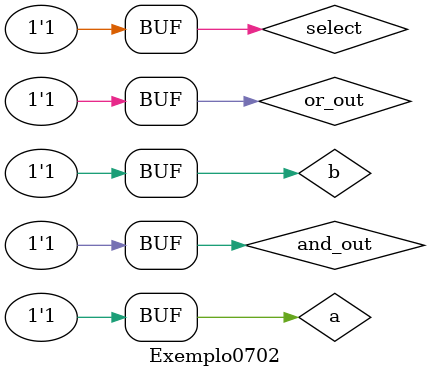
<source format=v>
/*
Arquitetura de Computadores I - Pucminas
Pedro Henrique Lima Carvalho
Matricula: 651230
Turno: Tarde
Guia 07
Exemplo0702
*/
module mux (output out_s, input in_and, in_or, select);

//wires
wire not_select;
wire out_and, out_or;

//portas
not NOT1 (not_select, select);
and AND1 (out_and, in_and, select);
and AND2 (out_or, in_or, not_select);
or OR1 (out_s, out_and, out_or);

endmodule

module Exemplo0702;

//definicoes

reg a, b, select;
wire and_out, or_out, mux_s;

and AND1 (and_out, a, b);
or OR1 (or_out, a, b);

mux MUX1(mux_s, and_out, or_out, select);

initial
begin: main
$display("Exemplo_0702");
$display("Pedro Henrique Lima Carvalho 651230");
$display(" a  b  select mux_s");

a=1'b0; b=1'b0; select=1'b0;

//monitor
#1 $monitor(" %b  %b     %b     %b", a, b, select, mux_s);

#1 a=1'b0; b=1'b1; select=1'b0;
#1 a=1'b1; b=1'b0; select=1'b0;
#1 a=1'b1; b=1'b1; select=1'b0;
#1 a=1'b0; b=1'b0; select=1'b1;
#1 a=1'b0; b=1'b1; select=1'b1;
#1 a=1'b1; b=1'b0; select=1'b1;
#1 a=1'b1; b=1'b1; select=1'b1;

end
endmodule

</source>
